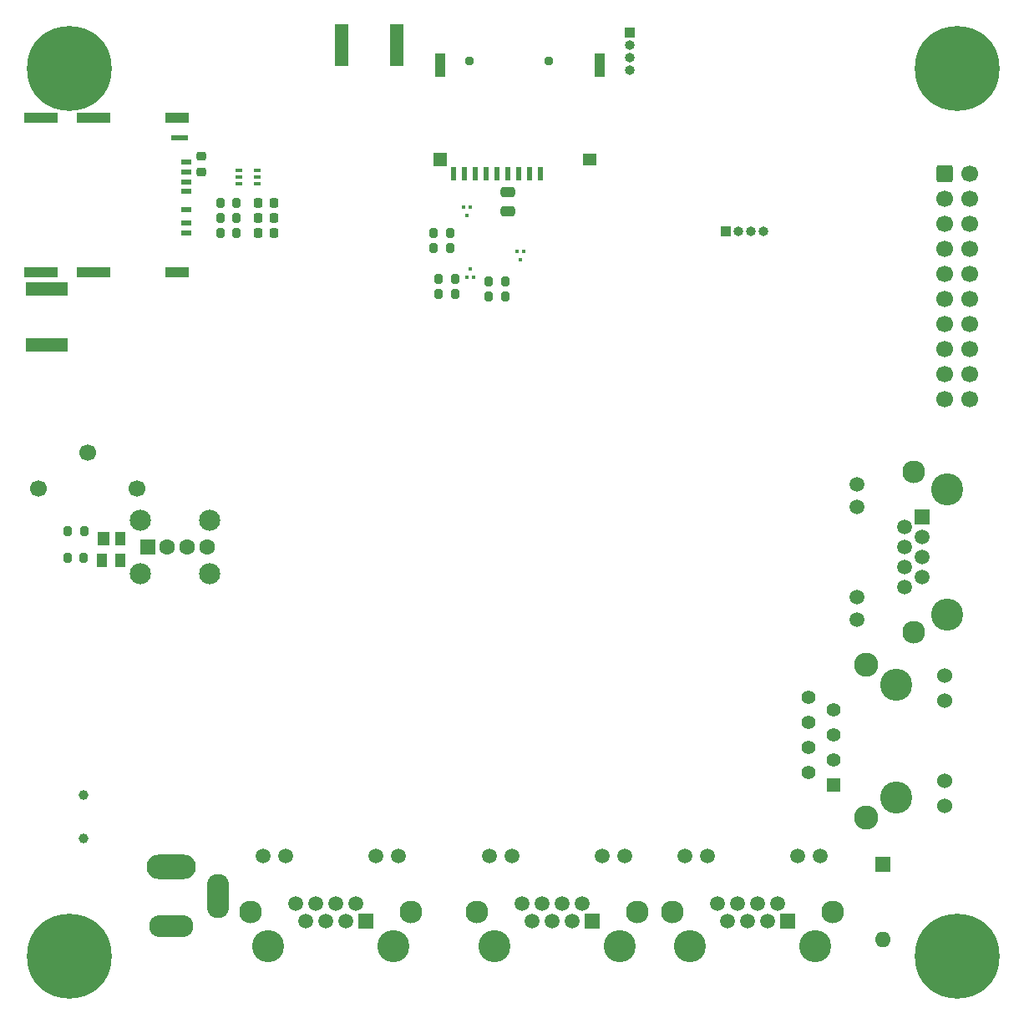
<source format=gbs>
G04 #@! TF.GenerationSoftware,KiCad,Pcbnew,(6.0.0)*
G04 #@! TF.CreationDate,2022-04-27T13:01:12+04:00*
G04 #@! TF.ProjectId,Gateway_STM32_ver_2_0,47617465-7761-4795-9f53-544d33325f76,rev?*
G04 #@! TF.SameCoordinates,Original*
G04 #@! TF.FileFunction,Soldermask,Bot*
G04 #@! TF.FilePolarity,Negative*
%FSLAX46Y46*%
G04 Gerber Fmt 4.6, Leading zero omitted, Abs format (unit mm)*
G04 Created by KiCad (PCBNEW (6.0.0)) date 2022-04-27 13:01:12*
%MOMM*%
%LPD*%
G01*
G04 APERTURE LIST*
G04 Aperture macros list*
%AMRoundRect*
0 Rectangle with rounded corners*
0 $1 Rounding radius*
0 $2 $3 $4 $5 $6 $7 $8 $9 X,Y pos of 4 corners*
0 Add a 4 corners polygon primitive as box body*
4,1,4,$2,$3,$4,$5,$6,$7,$8,$9,$2,$3,0*
0 Add four circle primitives for the rounded corners*
1,1,$1+$1,$2,$3*
1,1,$1+$1,$4,$5*
1,1,$1+$1,$6,$7*
1,1,$1+$1,$8,$9*
0 Add four rect primitives between the rounded corners*
20,1,$1+$1,$2,$3,$4,$5,0*
20,1,$1+$1,$4,$5,$6,$7,0*
20,1,$1+$1,$6,$7,$8,$9,0*
20,1,$1+$1,$8,$9,$2,$3,0*%
G04 Aperture macros list end*
%ADD10R,0.300000X0.300000*%
%ADD11R,1.200000X1.400000*%
%ADD12R,1.000000X1.400000*%
%ADD13C,0.900000*%
%ADD14C,8.600000*%
%ADD15C,1.000000*%
%ADD16R,1.350000X4.200000*%
%ADD17C,3.250000*%
%ADD18R,1.500000X1.500000*%
%ADD19C,1.500000*%
%ADD20C,2.300000*%
%ADD21R,1.398000X1.398000*%
%ADD22C,1.398000*%
%ADD23C,1.530000*%
%ADD24C,2.445000*%
%ADD25R,4.200000X1.350000*%
%ADD26C,1.700000*%
%ADD27R,1.600000X1.600000*%
%ADD28O,1.600000X1.600000*%
%ADD29RoundRect,0.250000X-0.600000X-0.600000X0.600000X-0.600000X0.600000X0.600000X-0.600000X0.600000X0*%
%ADD30O,5.000000X2.500000*%
%ADD31O,4.500000X2.250000*%
%ADD32O,2.250000X4.500000*%
%ADD33R,1.000000X1.000000*%
%ADD34O,1.000000X1.000000*%
%ADD35C,1.600000*%
%ADD36C,2.150000*%
%ADD37RoundRect,0.200000X-0.200000X-0.275000X0.200000X-0.275000X0.200000X0.275000X-0.200000X0.275000X0*%
%ADD38RoundRect,0.225000X-0.225000X-0.250000X0.225000X-0.250000X0.225000X0.250000X-0.225000X0.250000X0*%
%ADD39RoundRect,0.200000X0.200000X0.275000X-0.200000X0.275000X-0.200000X-0.275000X0.200000X-0.275000X0*%
%ADD40R,0.650000X0.400000*%
%ADD41R,1.000000X0.550000*%
%ADD42R,3.400000X1.000000*%
%ADD43R,2.400000X1.000000*%
%ADD44R,1.800000X0.500000*%
%ADD45RoundRect,0.250000X0.475000X-0.250000X0.475000X0.250000X-0.475000X0.250000X-0.475000X-0.250000X0*%
%ADD46C,0.950000*%
%ADD47R,0.620000X1.400000*%
%ADD48R,1.350000X1.420000*%
%ADD49R,1.100000X2.400000*%
%ADD50R,1.350000X1.270000*%
%ADD51RoundRect,0.225000X0.250000X-0.225000X0.250000X0.225000X-0.250000X0.225000X-0.250000X-0.225000X0*%
G04 APERTURE END LIST*
D10*
X85975000Y-96165000D03*
X85275000Y-96165000D03*
X85625000Y-95315000D03*
D11*
X48430000Y-122640000D03*
D12*
X50150000Y-122640000D03*
X50150000Y-124840000D03*
X48250000Y-124840000D03*
D13*
X45000000Y-161775000D03*
X47280419Y-162719581D03*
X41775000Y-165000000D03*
X42719581Y-167280419D03*
X48225000Y-165000000D03*
X45000000Y-168225000D03*
D14*
X45000000Y-165000000D03*
D13*
X47280419Y-167280419D03*
X42719581Y-162719581D03*
X138225000Y-165000000D03*
D14*
X135000000Y-165000000D03*
D13*
X132719581Y-162719581D03*
X135000000Y-168225000D03*
X132719581Y-167280419D03*
X131775000Y-165000000D03*
X135000000Y-161775000D03*
X137280419Y-162719581D03*
X137280419Y-167280419D03*
D15*
X46400000Y-153030000D03*
X46400000Y-148630000D03*
D16*
X78175000Y-72627500D03*
X72525000Y-72627500D03*
D17*
X133975000Y-117670000D03*
X133975000Y-130370000D03*
D18*
X131435000Y-120460000D03*
D19*
X129655000Y-121476000D03*
X131435000Y-122492000D03*
X129655000Y-123508000D03*
X131435000Y-124524000D03*
X129655000Y-125540000D03*
X131435000Y-126556000D03*
X129655000Y-127572000D03*
X124835000Y-117160000D03*
X124835000Y-119450000D03*
X124835000Y-128590000D03*
X124835000Y-130880000D03*
D20*
X130545000Y-115890000D03*
X130545000Y-132150000D03*
D17*
X107830000Y-163970000D03*
X120530000Y-163970000D03*
D18*
X117740000Y-161430000D03*
D19*
X116724000Y-159650000D03*
X115708000Y-161430000D03*
X114692000Y-159650000D03*
X113676000Y-161430000D03*
X112660000Y-159650000D03*
X111644000Y-161430000D03*
X110628000Y-159650000D03*
X121040000Y-154830000D03*
X118750000Y-154830000D03*
X109610000Y-154830000D03*
X107320000Y-154830000D03*
D20*
X106050000Y-160540000D03*
X122310000Y-160540000D03*
D17*
X100740000Y-163970000D03*
X88040000Y-163970000D03*
D18*
X97950000Y-161430000D03*
D19*
X96934000Y-159650000D03*
X95918000Y-161430000D03*
X94902000Y-159650000D03*
X93886000Y-161430000D03*
X92870000Y-159650000D03*
X91854000Y-161430000D03*
X90838000Y-159650000D03*
X101250000Y-154830000D03*
X98960000Y-154830000D03*
X89820000Y-154830000D03*
X87530000Y-154830000D03*
D20*
X86260000Y-160540000D03*
X102520000Y-160540000D03*
D17*
X128760000Y-148872500D03*
X128760000Y-137442500D03*
D21*
X122410000Y-147607500D03*
D22*
X119870000Y-146337500D03*
X122410000Y-145067500D03*
X119870000Y-143797500D03*
X122410000Y-142527500D03*
X119870000Y-141257500D03*
X122410000Y-139987500D03*
X119870000Y-138717500D03*
D23*
X133660000Y-149782500D03*
X133660000Y-147242500D03*
X133660000Y-139072500D03*
X133660000Y-136532500D03*
D24*
X125710000Y-150902500D03*
X125710000Y-135412500D03*
D13*
X42719581Y-77280419D03*
X47280419Y-72719581D03*
X42719581Y-72719581D03*
X48225000Y-75000000D03*
X45000000Y-78225000D03*
X45000000Y-71775000D03*
X41775000Y-75000000D03*
D14*
X45000000Y-75000000D03*
D13*
X47280419Y-77280419D03*
X132719581Y-77280419D03*
X137280419Y-72719581D03*
X138225000Y-75000000D03*
D14*
X135000000Y-75000000D03*
D13*
X131775000Y-75000000D03*
X135000000Y-78225000D03*
X135000000Y-71775000D03*
X137280419Y-77280419D03*
X132719581Y-72719581D03*
D25*
X42650000Y-103015000D03*
X42650000Y-97365000D03*
D26*
X51810000Y-117550000D03*
X41810000Y-117550000D03*
X46810000Y-113950000D03*
D27*
X127425000Y-155665000D03*
D28*
X127425000Y-163285000D03*
D29*
X133697500Y-85630000D03*
D26*
X136237500Y-85630000D03*
X133697500Y-88170000D03*
X136237500Y-88170000D03*
X133697500Y-90710000D03*
X136237500Y-90710000D03*
X133697500Y-93250000D03*
X136237500Y-93250000D03*
X133697500Y-95790000D03*
X136237500Y-95790000D03*
X133697500Y-98330000D03*
X136237500Y-98330000D03*
X133697500Y-100870000D03*
X136237500Y-100870000D03*
X133697500Y-103410000D03*
X136237500Y-103410000D03*
X133697500Y-105950000D03*
X136237500Y-105950000D03*
X133697500Y-108490000D03*
X136237500Y-108490000D03*
D17*
X77792000Y-163970000D03*
X65092000Y-163970000D03*
D18*
X75002000Y-161430000D03*
D19*
X73986000Y-159650000D03*
X72970000Y-161430000D03*
X71954000Y-159650000D03*
X70938000Y-161430000D03*
X69922000Y-159650000D03*
X68906000Y-161430000D03*
X67890000Y-159650000D03*
X78302000Y-154830000D03*
X76012000Y-154830000D03*
X66872000Y-154830000D03*
X64582000Y-154830000D03*
D20*
X63312000Y-160540000D03*
X79572000Y-160540000D03*
D30*
X55315000Y-155917500D03*
D31*
X55315000Y-161917500D03*
D32*
X60015000Y-158917500D03*
D33*
X101800000Y-71350000D03*
D34*
X101800000Y-72620000D03*
X101800000Y-73890000D03*
X101800000Y-75160000D03*
D33*
X111470000Y-91480000D03*
D34*
X112740000Y-91480000D03*
X114010000Y-91480000D03*
X115280000Y-91480000D03*
D27*
X52890000Y-123490000D03*
D35*
X54890000Y-123490000D03*
X56890000Y-123490000D03*
X58890000Y-123490000D03*
D36*
X59160000Y-126210000D03*
X52160000Y-126210000D03*
X52160000Y-120770000D03*
X59160000Y-120770000D03*
D37*
X44825000Y-121910000D03*
X46475000Y-121910000D03*
D38*
X64125000Y-88590000D03*
X65675000Y-88590000D03*
D39*
X61925000Y-90140000D03*
X60275000Y-90140000D03*
D10*
X84925000Y-89040000D03*
X85625000Y-89040000D03*
X85275000Y-89890000D03*
D39*
X61925000Y-88590000D03*
X60275000Y-88590000D03*
D37*
X44785000Y-124650000D03*
X46435000Y-124650000D03*
X87465000Y-98090000D03*
X89115000Y-98090000D03*
D38*
X64125000Y-91690000D03*
X65675000Y-91690000D03*
D39*
X61925000Y-91690000D03*
X60275000Y-91690000D03*
D37*
X82395000Y-96320000D03*
X84045000Y-96320000D03*
D40*
X64050000Y-85340000D03*
X64050000Y-85990000D03*
X64050000Y-86640000D03*
X62150000Y-86640000D03*
X62150000Y-85990000D03*
X62150000Y-85340000D03*
D37*
X82395000Y-97850000D03*
X84045000Y-97850000D03*
D38*
X64125000Y-90140000D03*
X65675000Y-90140000D03*
D41*
X56805000Y-85480000D03*
X56805000Y-87480000D03*
X56805000Y-91670000D03*
D42*
X42105000Y-79965000D03*
X42105000Y-95615000D03*
X47405000Y-79965000D03*
D43*
X55905000Y-79965000D03*
X55905000Y-95615000D03*
D41*
X56805000Y-84480000D03*
D42*
X47405000Y-95615000D03*
D41*
X56805000Y-86480000D03*
X56805000Y-90670000D03*
X56805000Y-89265000D03*
D44*
X56105000Y-82065000D03*
D37*
X87465000Y-96570000D03*
X89115000Y-96570000D03*
D45*
X89400000Y-89450000D03*
X89400000Y-87550000D03*
D37*
X81895000Y-91700000D03*
X83545000Y-91700000D03*
D46*
X85535000Y-74242500D03*
X93535000Y-74242500D03*
D47*
X92715000Y-85662500D03*
X91615000Y-85662500D03*
X90515000Y-85662500D03*
X89415000Y-85662500D03*
X88315000Y-85662500D03*
X87215000Y-85662500D03*
X86115000Y-85662500D03*
X85015000Y-85662500D03*
D48*
X82535000Y-84262500D03*
D49*
X82535000Y-74662500D03*
X98685000Y-74662500D03*
D50*
X97685000Y-84262500D03*
D47*
X83915000Y-85662500D03*
D37*
X81895000Y-93220000D03*
X83545000Y-93220000D03*
D51*
X58350000Y-85465000D03*
X58350000Y-83915000D03*
D10*
X90325000Y-93565000D03*
X91025000Y-93565000D03*
X90675000Y-94415000D03*
M02*

</source>
